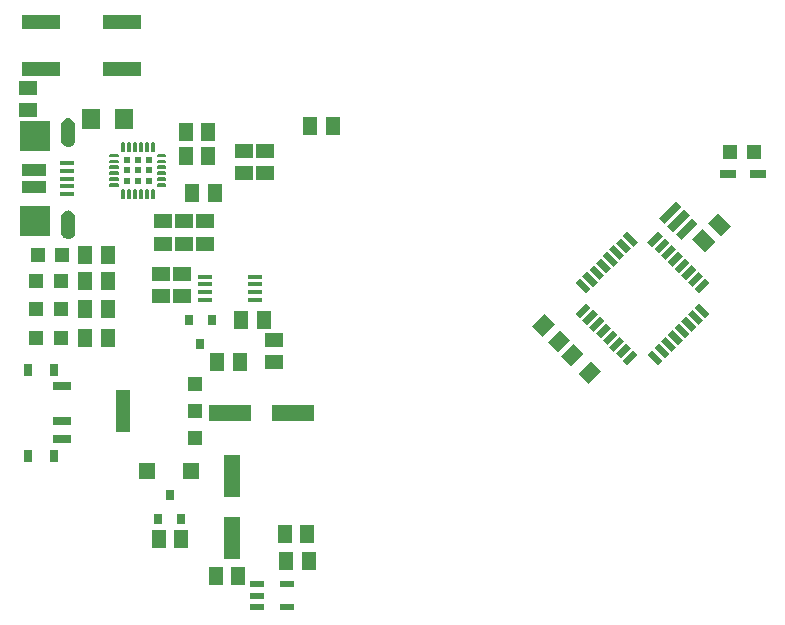
<source format=gbr>
G04 EAGLE Gerber RS-274X export*
G75*
%MOMM*%
%FSLAX34Y34*%
%LPD*%
%INSolderpaste Top*%
%IPPOS*%
%AMOC8*
5,1,8,0,0,1.08239X$1,22.5*%
G01*
%ADD10R,1.270000X0.558800*%
%ADD11R,0.558800X1.270000*%
%ADD12R,1.240000X1.500000*%
%ADD13R,1.400000X3.556000*%
%ADD14R,3.556000X1.400000*%
%ADD15R,1.200000X1.200000*%
%ADD16R,1.400000X1.400000*%
%ADD17R,0.787400X0.889000*%
%ADD18R,1.500000X1.240000*%
%ADD19R,2.000000X0.700000*%
%ADD20R,1.350000X0.800000*%
%ADD21R,1.200000X1.500000*%
%ADD22R,1.300000X1.300000*%
%ADD23R,1.300000X3.600000*%
%ADD24R,2.000000X1.000000*%
%ADD25R,2.500000X2.500000*%
%ADD26R,1.250000X0.300000*%
%ADD27R,1.600000X1.800000*%
%ADD28R,3.200000X1.200000*%
%ADD29R,1.200000X1.300000*%
%ADD30R,1.200000X0.300000*%
%ADD31C,0.140000*%
%ADD32R,0.600000X0.600000*%
%ADD33R,1.200000X0.550000*%
%ADD34R,0.800000X1.000000*%
%ADD35R,1.500000X0.700000*%

G36*
X52278Y407873D02*
X52278Y407873D01*
X53552Y408073D01*
X53599Y408090D01*
X53689Y408111D01*
X54885Y408589D01*
X54928Y408616D01*
X55011Y408656D01*
X56071Y409388D01*
X56107Y409424D01*
X56178Y409482D01*
X57049Y410432D01*
X57076Y410474D01*
X57133Y410547D01*
X57770Y411667D01*
X57787Y411714D01*
X57826Y411797D01*
X58199Y413031D01*
X58204Y413081D01*
X58224Y413171D01*
X58313Y414456D01*
X58311Y414476D01*
X58314Y414500D01*
X58314Y425500D01*
X58312Y425515D01*
X58313Y425535D01*
X58252Y426661D01*
X58241Y426708D01*
X58233Y426784D01*
X57952Y427877D01*
X57932Y427921D01*
X57910Y427994D01*
X57422Y429011D01*
X57394Y429050D01*
X57357Y429117D01*
X56680Y430020D01*
X56645Y430053D01*
X56596Y430111D01*
X55756Y430864D01*
X55715Y430890D01*
X55655Y430938D01*
X54684Y431512D01*
X54639Y431529D01*
X54572Y431565D01*
X53507Y431939D01*
X53460Y431947D01*
X53387Y431969D01*
X52270Y432128D01*
X52242Y432127D01*
X52090Y432128D01*
X50974Y431969D01*
X50928Y431954D01*
X50853Y431939D01*
X49788Y431565D01*
X49746Y431541D01*
X49676Y431512D01*
X48705Y430938D01*
X48668Y430906D01*
X48604Y430864D01*
X47764Y430111D01*
X47735Y430074D01*
X47680Y430020D01*
X47003Y429117D01*
X46981Y429074D01*
X46938Y429011D01*
X46450Y427994D01*
X46437Y427947D01*
X46408Y427877D01*
X46127Y426784D01*
X46124Y426736D01*
X46108Y426661D01*
X46047Y425535D01*
X46049Y425519D01*
X46046Y425500D01*
X46046Y414500D01*
X46049Y414485D01*
X46047Y414465D01*
X46108Y413339D01*
X46120Y413292D01*
X46127Y413216D01*
X46408Y412123D01*
X46428Y412079D01*
X46450Y412006D01*
X46938Y410989D01*
X46967Y410950D01*
X47003Y410883D01*
X47680Y409980D01*
X47715Y409947D01*
X47764Y409889D01*
X48604Y409136D01*
X48645Y409110D01*
X48705Y409062D01*
X49676Y408488D01*
X49721Y408471D01*
X49788Y408435D01*
X50853Y408061D01*
X50900Y408053D01*
X50974Y408031D01*
X52090Y407872D01*
X52091Y407872D01*
X52278Y407873D01*
G37*
G36*
X52278Y329873D02*
X52278Y329873D01*
X53552Y330073D01*
X53599Y330090D01*
X53689Y330111D01*
X54885Y330589D01*
X54928Y330616D01*
X55011Y330656D01*
X56071Y331388D01*
X56107Y331424D01*
X56178Y331482D01*
X57049Y332432D01*
X57076Y332474D01*
X57133Y332547D01*
X57770Y333667D01*
X57787Y333714D01*
X57826Y333797D01*
X58199Y335031D01*
X58204Y335081D01*
X58224Y335171D01*
X58313Y336456D01*
X58311Y336476D01*
X58314Y336500D01*
X58314Y347500D01*
X58312Y347515D01*
X58313Y347535D01*
X58252Y348661D01*
X58241Y348708D01*
X58233Y348784D01*
X57952Y349877D01*
X57932Y349921D01*
X57910Y349994D01*
X57422Y351011D01*
X57394Y351050D01*
X57357Y351117D01*
X56680Y352020D01*
X56645Y352053D01*
X56596Y352111D01*
X55756Y352864D01*
X55715Y352890D01*
X55655Y352938D01*
X54684Y353512D01*
X54639Y353529D01*
X54572Y353565D01*
X53507Y353939D01*
X53460Y353947D01*
X53387Y353969D01*
X52270Y354128D01*
X52242Y354127D01*
X52090Y354128D01*
X50974Y353969D01*
X50928Y353954D01*
X50853Y353939D01*
X49788Y353565D01*
X49746Y353541D01*
X49676Y353512D01*
X48705Y352938D01*
X48668Y352906D01*
X48604Y352864D01*
X47764Y352111D01*
X47735Y352074D01*
X47680Y352020D01*
X47003Y351117D01*
X46981Y351074D01*
X46938Y351011D01*
X46450Y349994D01*
X46437Y349947D01*
X46408Y349877D01*
X46127Y348784D01*
X46124Y348736D01*
X46108Y348661D01*
X46047Y347535D01*
X46049Y347519D01*
X46046Y347500D01*
X46046Y336500D01*
X46049Y336485D01*
X46047Y336465D01*
X46108Y335339D01*
X46120Y335292D01*
X46127Y335216D01*
X46408Y334123D01*
X46428Y334079D01*
X46450Y334006D01*
X46938Y332989D01*
X46967Y332950D01*
X47003Y332883D01*
X47680Y331980D01*
X47715Y331947D01*
X47764Y331889D01*
X48604Y331136D01*
X48645Y331110D01*
X48705Y331062D01*
X49676Y330488D01*
X49721Y330471D01*
X49788Y330435D01*
X50853Y330061D01*
X50900Y330053D01*
X50974Y330031D01*
X52090Y329872D01*
X52091Y329872D01*
X52278Y329873D01*
G37*
D10*
G36*
X582268Y287722D02*
X591247Y296701D01*
X595198Y292750D01*
X586219Y283771D01*
X582268Y287722D01*
G37*
G36*
X576612Y293379D02*
X585591Y302358D01*
X589542Y298407D01*
X580563Y289428D01*
X576612Y293379D01*
G37*
G36*
X570955Y299036D02*
X579934Y308015D01*
X583885Y304064D01*
X574906Y295085D01*
X570955Y299036D01*
G37*
G36*
X565298Y304693D02*
X574277Y313672D01*
X578228Y309721D01*
X569249Y300742D01*
X565298Y304693D01*
G37*
G36*
X559641Y310349D02*
X568620Y319328D01*
X572571Y315377D01*
X563592Y306398D01*
X559641Y310349D01*
G37*
G36*
X553984Y316006D02*
X562963Y324985D01*
X566914Y321034D01*
X557935Y312055D01*
X553984Y316006D01*
G37*
G36*
X548327Y321663D02*
X557306Y330642D01*
X561257Y326691D01*
X552278Y317712D01*
X548327Y321663D01*
G37*
G36*
X542670Y327320D02*
X551649Y336299D01*
X555600Y332348D01*
X546621Y323369D01*
X542670Y327320D01*
G37*
D11*
G36*
X521562Y332348D02*
X525513Y336299D01*
X534492Y327320D01*
X530541Y323369D01*
X521562Y332348D01*
G37*
G36*
X515905Y326691D02*
X519856Y330642D01*
X528835Y321663D01*
X524884Y317712D01*
X515905Y326691D01*
G37*
G36*
X510248Y321034D02*
X514199Y324985D01*
X523178Y316006D01*
X519227Y312055D01*
X510248Y321034D01*
G37*
G36*
X504591Y315377D02*
X508542Y319328D01*
X517521Y310349D01*
X513570Y306398D01*
X504591Y315377D01*
G37*
G36*
X498934Y309721D02*
X502885Y313672D01*
X511864Y304693D01*
X507913Y300742D01*
X498934Y309721D01*
G37*
G36*
X493278Y304064D02*
X497229Y308015D01*
X506208Y299036D01*
X502257Y295085D01*
X493278Y304064D01*
G37*
G36*
X487621Y298407D02*
X491572Y302358D01*
X500551Y293379D01*
X496600Y289428D01*
X487621Y298407D01*
G37*
G36*
X481964Y292750D02*
X485915Y296701D01*
X494894Y287722D01*
X490943Y283771D01*
X481964Y292750D01*
G37*
D10*
G36*
X481964Y266613D02*
X490943Y275592D01*
X494894Y271641D01*
X485915Y262662D01*
X481964Y266613D01*
G37*
G36*
X487621Y260957D02*
X496600Y269936D01*
X500551Y265985D01*
X491572Y257006D01*
X487621Y260957D01*
G37*
G36*
X493278Y255300D02*
X502257Y264279D01*
X506208Y260328D01*
X497229Y251349D01*
X493278Y255300D01*
G37*
G36*
X498934Y249643D02*
X507913Y258622D01*
X511864Y254671D01*
X502885Y245692D01*
X498934Y249643D01*
G37*
G36*
X504591Y243986D02*
X513570Y252965D01*
X517521Y249014D01*
X508542Y240035D01*
X504591Y243986D01*
G37*
G36*
X510248Y238329D02*
X519227Y247308D01*
X523178Y243357D01*
X514199Y234378D01*
X510248Y238329D01*
G37*
G36*
X515905Y232672D02*
X524884Y241651D01*
X528835Y237700D01*
X519856Y228721D01*
X515905Y232672D01*
G37*
G36*
X521562Y227015D02*
X530541Y235994D01*
X534492Y232043D01*
X525513Y223064D01*
X521562Y227015D01*
G37*
D11*
G36*
X542670Y232043D02*
X546621Y235994D01*
X555600Y227015D01*
X551649Y223064D01*
X542670Y232043D01*
G37*
G36*
X548327Y237700D02*
X552278Y241651D01*
X561257Y232672D01*
X557306Y228721D01*
X548327Y237700D01*
G37*
G36*
X553984Y243357D02*
X557935Y247308D01*
X566914Y238329D01*
X562963Y234378D01*
X553984Y243357D01*
G37*
G36*
X559641Y249014D02*
X563592Y252965D01*
X572571Y243986D01*
X568620Y240035D01*
X559641Y249014D01*
G37*
G36*
X565298Y254671D02*
X569249Y258622D01*
X578228Y249643D01*
X574277Y245692D01*
X565298Y254671D01*
G37*
G36*
X570955Y260328D02*
X574906Y264279D01*
X583885Y255300D01*
X579934Y251349D01*
X570955Y260328D01*
G37*
G36*
X576612Y265985D02*
X580563Y269936D01*
X589542Y260957D01*
X585591Y257006D01*
X576612Y265985D01*
G37*
G36*
X582268Y271641D02*
X586219Y275592D01*
X595198Y266613D01*
X591247Y262662D01*
X582268Y271641D01*
G37*
D12*
X177190Y44450D03*
X196190Y44450D03*
D13*
X190754Y76330D03*
X190754Y129410D03*
D14*
X242440Y182626D03*
X189360Y182626D03*
D15*
X46060Y246380D03*
X25060Y246380D03*
D16*
X155914Y133858D03*
X118914Y133858D03*
D12*
X276200Y425450D03*
X257200Y425450D03*
D15*
X26330Y316230D03*
X47330Y316230D03*
D17*
X173736Y261620D03*
X154432Y261620D03*
X164084Y241300D03*
D18*
X200660Y385470D03*
X200660Y404470D03*
D12*
G36*
X593931Y342917D02*
X602699Y351685D01*
X613305Y341079D01*
X604537Y332311D01*
X593931Y342917D01*
G37*
G36*
X580495Y329481D02*
X589263Y338249D01*
X599869Y327643D01*
X591101Y318875D01*
X580495Y329481D01*
G37*
X255880Y57150D03*
X236880Y57150D03*
D19*
G36*
X571434Y357107D02*
X557293Y342966D01*
X552344Y347915D01*
X566485Y362056D01*
X571434Y357107D01*
G37*
G36*
X578505Y350036D02*
X564364Y335895D01*
X559415Y340844D01*
X573556Y354985D01*
X578505Y350036D01*
G37*
G36*
X585576Y342965D02*
X571435Y328824D01*
X566486Y333773D01*
X580627Y347914D01*
X585576Y342965D01*
G37*
D20*
X636270Y384810D03*
X610870Y384810D03*
D21*
G36*
X495112Y226475D02*
X503597Y217990D01*
X492992Y207385D01*
X484507Y215870D01*
X495112Y226475D01*
G37*
G36*
X480263Y241324D02*
X488748Y232839D01*
X478143Y222234D01*
X469658Y230719D01*
X480263Y241324D01*
G37*
D22*
X159278Y161404D03*
X159278Y184404D03*
X159278Y207404D03*
D23*
X98278Y184404D03*
D12*
X178460Y226060D03*
X197460Y226060D03*
X235610Y80010D03*
X254610Y80010D03*
D17*
X128524Y92710D03*
X147828Y92710D03*
X138176Y113030D03*
D12*
X128930Y76200D03*
X147930Y76200D03*
D24*
X23180Y388500D03*
X23180Y373500D03*
D25*
X24180Y417000D03*
X24180Y345000D03*
D26*
X50930Y394000D03*
X50930Y387500D03*
X50930Y381000D03*
X50930Y374500D03*
X50930Y368000D03*
D15*
X46060Y270510D03*
X25060Y270510D03*
D12*
X66700Y270510D03*
X85700Y270510D03*
D15*
X46060Y294640D03*
X25060Y294640D03*
D12*
X66700Y294640D03*
X85700Y294640D03*
D18*
X167640Y344780D03*
X167640Y325780D03*
D27*
X71090Y431800D03*
X99090Y431800D03*
D18*
X132080Y344780D03*
X132080Y325780D03*
X149860Y344780D03*
X149860Y325780D03*
D12*
X85700Y246380D03*
X66700Y246380D03*
D28*
X97500Y474030D03*
X29500Y474030D03*
X29500Y514030D03*
X97500Y514030D03*
D29*
X612140Y403860D03*
X632460Y403860D03*
D12*
X66700Y316230D03*
X85700Y316230D03*
D18*
X218440Y404470D03*
X218440Y385470D03*
D12*
X170790Y420370D03*
X151790Y420370D03*
X170790Y400050D03*
X151790Y400050D03*
D18*
X226060Y244450D03*
X226060Y225450D03*
D12*
X198780Y261620D03*
X217780Y261620D03*
G36*
X453373Y247221D02*
X444605Y255989D01*
X455211Y266595D01*
X463979Y257827D01*
X453373Y247221D01*
G37*
G36*
X466809Y233785D02*
X458041Y242553D01*
X468647Y253159D01*
X477415Y244391D01*
X466809Y233785D01*
G37*
D18*
X17780Y457810D03*
X17780Y438810D03*
D30*
X168110Y278530D03*
X168110Y285030D03*
X168110Y291530D03*
X168110Y298030D03*
X210360Y298030D03*
X210360Y291530D03*
X210360Y285030D03*
X210360Y278530D03*
D18*
X130810Y300330D03*
X130810Y281330D03*
X148590Y281330D03*
X148590Y300330D03*
D31*
X94552Y401312D02*
X87952Y401312D01*
X94552Y401312D02*
X94552Y399912D01*
X87952Y399912D01*
X87952Y401312D01*
X87952Y401242D02*
X94552Y401242D01*
X94552Y396312D02*
X87952Y396312D01*
X94552Y396312D02*
X94552Y394912D01*
X87952Y394912D01*
X87952Y396312D01*
X87952Y396242D02*
X94552Y396242D01*
X94552Y391312D02*
X87952Y391312D01*
X94552Y391312D02*
X94552Y389912D01*
X87952Y389912D01*
X87952Y391312D01*
X87952Y391242D02*
X94552Y391242D01*
X94552Y386312D02*
X87952Y386312D01*
X94552Y386312D02*
X94552Y384912D01*
X87952Y384912D01*
X87952Y386312D01*
X87952Y386242D02*
X94552Y386242D01*
X94552Y381312D02*
X87952Y381312D01*
X94552Y381312D02*
X94552Y379912D01*
X87952Y379912D01*
X87952Y381312D01*
X87952Y381242D02*
X94552Y381242D01*
X94552Y376312D02*
X87952Y376312D01*
X94552Y376312D02*
X94552Y374912D01*
X87952Y374912D01*
X87952Y376312D01*
X87952Y376242D02*
X94552Y376242D01*
X99452Y371412D02*
X99452Y364812D01*
X98052Y364812D01*
X98052Y371412D01*
X99452Y371412D01*
X99452Y366142D02*
X98052Y366142D01*
X98052Y367472D02*
X99452Y367472D01*
X99452Y368802D02*
X98052Y368802D01*
X98052Y370132D02*
X99452Y370132D01*
X104452Y371412D02*
X104452Y364812D01*
X103052Y364812D01*
X103052Y371412D01*
X104452Y371412D01*
X104452Y366142D02*
X103052Y366142D01*
X103052Y367472D02*
X104452Y367472D01*
X104452Y368802D02*
X103052Y368802D01*
X103052Y370132D02*
X104452Y370132D01*
X109452Y371412D02*
X109452Y364812D01*
X108052Y364812D01*
X108052Y371412D01*
X109452Y371412D01*
X109452Y366142D02*
X108052Y366142D01*
X108052Y367472D02*
X109452Y367472D01*
X109452Y368802D02*
X108052Y368802D01*
X108052Y370132D02*
X109452Y370132D01*
X114452Y371412D02*
X114452Y364812D01*
X113052Y364812D01*
X113052Y371412D01*
X114452Y371412D01*
X114452Y366142D02*
X113052Y366142D01*
X113052Y367472D02*
X114452Y367472D01*
X114452Y368802D02*
X113052Y368802D01*
X113052Y370132D02*
X114452Y370132D01*
X119452Y371412D02*
X119452Y364812D01*
X118052Y364812D01*
X118052Y371412D01*
X119452Y371412D01*
X119452Y366142D02*
X118052Y366142D01*
X118052Y367472D02*
X119452Y367472D01*
X119452Y368802D02*
X118052Y368802D01*
X118052Y370132D02*
X119452Y370132D01*
X124452Y371412D02*
X124452Y364812D01*
X123052Y364812D01*
X123052Y371412D01*
X124452Y371412D01*
X124452Y366142D02*
X123052Y366142D01*
X123052Y367472D02*
X124452Y367472D01*
X124452Y368802D02*
X123052Y368802D01*
X123052Y370132D02*
X124452Y370132D01*
X127952Y374912D02*
X134552Y374912D01*
X127952Y374912D02*
X127952Y376312D01*
X134552Y376312D01*
X134552Y374912D01*
X134552Y376242D02*
X127952Y376242D01*
X127952Y379912D02*
X134552Y379912D01*
X127952Y379912D02*
X127952Y381312D01*
X134552Y381312D01*
X134552Y379912D01*
X134552Y381242D02*
X127952Y381242D01*
X127952Y384912D02*
X134552Y384912D01*
X127952Y384912D02*
X127952Y386312D01*
X134552Y386312D01*
X134552Y384912D01*
X134552Y386242D02*
X127952Y386242D01*
X127952Y389912D02*
X134552Y389912D01*
X127952Y389912D02*
X127952Y391312D01*
X134552Y391312D01*
X134552Y389912D01*
X134552Y391242D02*
X127952Y391242D01*
X127952Y394912D02*
X134552Y394912D01*
X127952Y394912D02*
X127952Y396312D01*
X134552Y396312D01*
X134552Y394912D01*
X134552Y396242D02*
X127952Y396242D01*
X127952Y399912D02*
X134552Y399912D01*
X127952Y399912D02*
X127952Y401312D01*
X134552Y401312D01*
X134552Y399912D01*
X134552Y401242D02*
X127952Y401242D01*
X123052Y404812D02*
X123052Y411412D01*
X124452Y411412D01*
X124452Y404812D01*
X123052Y404812D01*
X123052Y406142D02*
X124452Y406142D01*
X124452Y407472D02*
X123052Y407472D01*
X123052Y408802D02*
X124452Y408802D01*
X124452Y410132D02*
X123052Y410132D01*
X118052Y411412D02*
X118052Y404812D01*
X118052Y411412D02*
X119452Y411412D01*
X119452Y404812D01*
X118052Y404812D01*
X118052Y406142D02*
X119452Y406142D01*
X119452Y407472D02*
X118052Y407472D01*
X118052Y408802D02*
X119452Y408802D01*
X119452Y410132D02*
X118052Y410132D01*
X113052Y411412D02*
X113052Y404812D01*
X113052Y411412D02*
X114452Y411412D01*
X114452Y404812D01*
X113052Y404812D01*
X113052Y406142D02*
X114452Y406142D01*
X114452Y407472D02*
X113052Y407472D01*
X113052Y408802D02*
X114452Y408802D01*
X114452Y410132D02*
X113052Y410132D01*
X108052Y411412D02*
X108052Y404812D01*
X108052Y411412D02*
X109452Y411412D01*
X109452Y404812D01*
X108052Y404812D01*
X108052Y406142D02*
X109452Y406142D01*
X109452Y407472D02*
X108052Y407472D01*
X108052Y408802D02*
X109452Y408802D01*
X109452Y410132D02*
X108052Y410132D01*
X103052Y411412D02*
X103052Y404812D01*
X103052Y411412D02*
X104452Y411412D01*
X104452Y404812D01*
X103052Y404812D01*
X103052Y406142D02*
X104452Y406142D01*
X104452Y407472D02*
X103052Y407472D01*
X103052Y408802D02*
X104452Y408802D01*
X104452Y410132D02*
X103052Y410132D01*
X98052Y411412D02*
X98052Y404812D01*
X98052Y411412D02*
X99452Y411412D01*
X99452Y404812D01*
X98052Y404812D01*
X98052Y406142D02*
X99452Y406142D01*
X99452Y407472D02*
X98052Y407472D01*
X98052Y408802D02*
X99452Y408802D01*
X99452Y410132D02*
X98052Y410132D01*
D32*
X102252Y379112D03*
X111252Y388112D03*
X102252Y388112D03*
X102252Y397112D03*
X120252Y397112D03*
X120252Y379112D03*
X120252Y388112D03*
X111252Y397112D03*
X111252Y379112D03*
D12*
X157124Y368808D03*
X176124Y368808D03*
D33*
X211789Y37440D03*
X211789Y27940D03*
X211789Y18440D03*
X237791Y18440D03*
X237791Y37440D03*
D34*
X18210Y219380D03*
X40210Y219380D03*
X40210Y146380D03*
X18210Y146380D03*
D35*
X46710Y160380D03*
X46710Y175380D03*
X46710Y205380D03*
M02*

</source>
